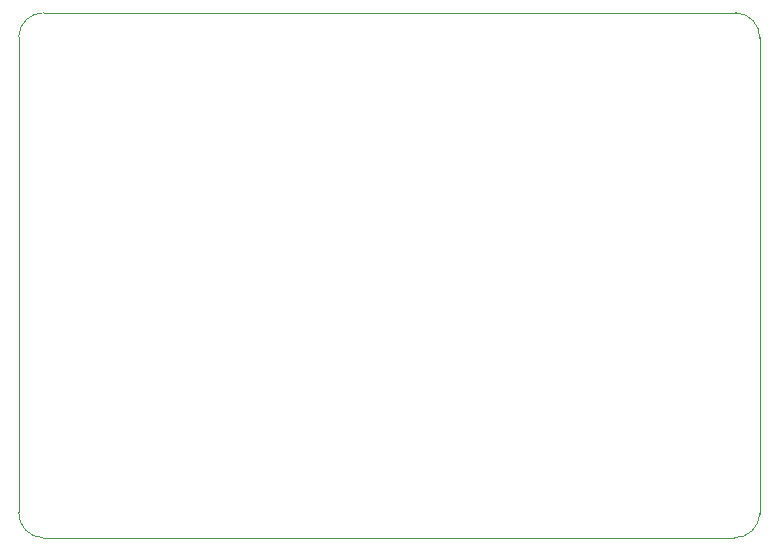
<source format=gbr>
%TF.GenerationSoftware,Altium Limited,Altium Designer,21.9.2 (33)*%
G04 Layer_Color=0*
%FSLAX45Y45*%
%MOMM*%
%TF.SameCoordinates,8C9FB855-A7A5-4AEE-82B0-D85B10D48A85*%
%TF.FilePolarity,Positive*%
%TF.FileFunction,Profile,NP*%
%TF.Part,Single*%
G01*
G75*
%TA.AperFunction,Profile*%
%ADD97C,0.02540*%
D97*
X11493500Y6489700D02*
G03*
X11696700Y6273800I209550J-6350D01*
G01*
X17551401Y6273800D01*
D02*
G03*
X17767300Y6477000I6349J209550D01*
G01*
X17767300Y10515600D01*
X17767300Y10502900D01*
D02*
G03*
X17564101Y10718800I-209550J6350D01*
G01*
X11709400Y10718800D01*
D02*
G03*
X11493500Y10515600I-6350J-209550D01*
G01*
X11493500Y6489700D01*
%TF.MD5,c4a6ea8c29c84cb182a1a8b06c32b3b6*%
M02*

</source>
